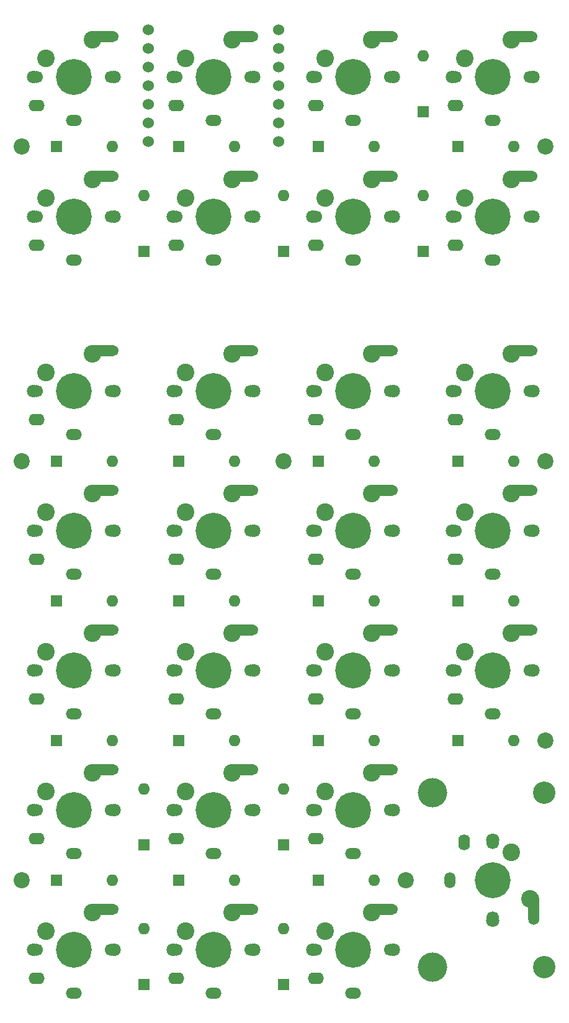
<source format=gbr>
%TF.GenerationSoftware,KiCad,Pcbnew,(7.0.0)*%
%TF.CreationDate,2023-04-04T17:59:29+09:00*%
%TF.ProjectId,fric10key,66726963-3130-46b6-9579-2e6b69636164,rev?*%
%TF.SameCoordinates,Original*%
%TF.FileFunction,Soldermask,Bot*%
%TF.FilePolarity,Negative*%
%FSLAX46Y46*%
G04 Gerber Fmt 4.6, Leading zero omitted, Abs format (unit mm)*
G04 Created by KiCad (PCBNEW (7.0.0)) date 2023-04-04 17:59:29*
%MOMM*%
%LPD*%
G01*
G04 APERTURE LIST*
G04 Aperture macros list*
%AMHorizOval*
0 Thick line with rounded ends*
0 $1 width*
0 $2 $3 position (X,Y) of the first rounded end (center of the circle)*
0 $4 $5 position (X,Y) of the second rounded end (center of the circle)*
0 Add line between two ends*
20,1,$1,$2,$3,$4,$5,0*
0 Add two circle primitives to create the rounded ends*
1,1,$1,$2,$3*
1,1,$1,$4,$5*%
G04 Aperture macros list end*
%ADD10R,1.600000X1.600000*%
%ADD11O,1.600000X1.600000*%
%ADD12C,1.800000*%
%ADD13C,1.700000*%
%ADD14C,4.900000*%
%ADD15O,2.200000X1.600000*%
%ADD16C,2.400000*%
%ADD17O,2.200000X1.500000*%
%ADD18HorizOval,1.500000X1.449945X0.012653X-1.449945X-0.012653X0*%
%ADD19C,3.050000*%
%ADD20C,4.000000*%
%ADD21O,1.600000X2.200000*%
%ADD22O,1.500000X2.200000*%
%ADD23HorizOval,1.500000X0.012653X-1.449945X-0.012653X1.449945X0*%
%ADD24C,2.200000*%
%ADD25C,1.524000*%
G04 APERTURE END LIST*
D10*
%TO.C,D8*%
X152399999Y-42862499D03*
D11*
X160019999Y-42862499D03*
%TD*%
D12*
%TO.C,SW23*%
X132612500Y-133350000D03*
D13*
X133032500Y-133350000D03*
D14*
X138112500Y-133350000D03*
D13*
X143192500Y-133350000D03*
D12*
X143612500Y-133350000D03*
D15*
X133012499Y-137249999D03*
D16*
X134302500Y-130810000D03*
D17*
X138112499Y-139249999D03*
D16*
X140652500Y-128270000D03*
D18*
X142012541Y-127809598D03*
%TD*%
D12*
%TO.C,SW4*%
X151662500Y-33337500D03*
D13*
X152082500Y-33337500D03*
D14*
X157162500Y-33337500D03*
D13*
X162242500Y-33337500D03*
D12*
X162662500Y-33337500D03*
D15*
X152062499Y-37237499D03*
D16*
X153352500Y-30797500D03*
D17*
X157162499Y-39237499D03*
D16*
X159702500Y-28257500D03*
D18*
X161062541Y-27797098D03*
%TD*%
D10*
%TO.C,D21*%
X97631249Y-142874999D03*
D11*
X105251249Y-142874999D03*
%TD*%
D12*
%TO.C,SW26*%
X113562500Y-152400000D03*
D13*
X113982500Y-152400000D03*
D14*
X119062500Y-152400000D03*
D13*
X124142500Y-152400000D03*
D12*
X124562500Y-152400000D03*
D15*
X113962499Y-156299999D03*
D16*
X115252500Y-149860000D03*
D17*
X119062499Y-158299999D03*
D16*
X121602500Y-147320000D03*
D18*
X122962541Y-146859598D03*
%TD*%
D10*
%TO.C,D6*%
X128587499Y-57149999D03*
D11*
X128587499Y-49529999D03*
%TD*%
D10*
%TO.C,D14*%
X114299999Y-104774999D03*
D11*
X121919999Y-104774999D03*
%TD*%
D10*
%TO.C,D13*%
X97631249Y-104774999D03*
D11*
X105251249Y-104774999D03*
%TD*%
D12*
%TO.C,SW19*%
X132612500Y-114300000D03*
D13*
X133032500Y-114300000D03*
D14*
X138112500Y-114300000D03*
D13*
X143192500Y-114300000D03*
D12*
X143612500Y-114300000D03*
D15*
X133012499Y-118199999D03*
D16*
X134302500Y-111760000D03*
D17*
X138112499Y-120199999D03*
D16*
X140652500Y-109220000D03*
D18*
X142012541Y-108759598D03*
%TD*%
D12*
%TO.C,SW14*%
X113562500Y-95250000D03*
D13*
X113982500Y-95250000D03*
D14*
X119062500Y-95250000D03*
D13*
X124142500Y-95250000D03*
D12*
X124562500Y-95250000D03*
D15*
X113962499Y-99149999D03*
D16*
X115252500Y-92710000D03*
D17*
X119062499Y-101149999D03*
D16*
X121602500Y-90170000D03*
D18*
X122962541Y-89709598D03*
%TD*%
D10*
%TO.C,D7*%
X147637499Y-57149999D03*
D11*
X147637499Y-49529999D03*
%TD*%
D12*
%TO.C,SW2*%
X113562500Y-33337500D03*
D13*
X113982500Y-33337500D03*
D14*
X119062500Y-33337500D03*
D13*
X124142500Y-33337500D03*
D12*
X124562500Y-33337500D03*
D15*
X113962499Y-37237499D03*
D16*
X115252500Y-30797500D03*
D17*
X119062499Y-39237499D03*
D16*
X121602500Y-28257500D03*
D18*
X122962541Y-27797098D03*
%TD*%
D12*
%TO.C,SW16*%
X151662500Y-95250000D03*
D13*
X152082500Y-95250000D03*
D14*
X157162500Y-95250000D03*
D13*
X162242500Y-95250000D03*
D12*
X162662500Y-95250000D03*
D15*
X152062499Y-99149999D03*
D16*
X153352500Y-92710000D03*
D17*
X157162499Y-101149999D03*
D16*
X159702500Y-90170000D03*
D18*
X161062541Y-89709598D03*
%TD*%
D19*
%TO.C,SW24*%
X164162500Y-130975000D03*
D20*
X148922500Y-130975000D03*
D12*
X157162500Y-137375000D03*
D13*
X157162500Y-137795000D03*
D14*
X157162500Y-142875000D03*
D13*
X157162500Y-147955000D03*
D12*
X157162500Y-148375000D03*
D19*
X164162500Y-154775000D03*
D20*
X148922500Y-154775000D03*
D21*
X153262499Y-137774999D03*
D16*
X159702500Y-139065000D03*
D22*
X151262499Y-142874999D03*
D16*
X162242500Y-145415000D03*
D23*
X162702900Y-146775041D03*
%TD*%
D10*
%TO.C,D12*%
X152399999Y-85724999D03*
D11*
X160019999Y-85724999D03*
%TD*%
D24*
%TO.C,H7*%
X145256250Y-142875000D03*
%TD*%
D12*
%TO.C,SW20*%
X151662500Y-114300000D03*
D13*
X152082500Y-114300000D03*
D14*
X157162500Y-114300000D03*
D13*
X162242500Y-114300000D03*
D12*
X162662500Y-114300000D03*
D15*
X152062499Y-118199999D03*
D16*
X153352500Y-111760000D03*
D17*
X157162499Y-120199999D03*
D16*
X159702500Y-109220000D03*
D18*
X161062541Y-108759598D03*
%TD*%
D12*
%TO.C,SW3*%
X132612500Y-33337500D03*
D13*
X133032500Y-33337500D03*
D14*
X138112500Y-33337500D03*
D13*
X143192500Y-33337500D03*
D12*
X143612500Y-33337500D03*
D15*
X133012499Y-37237499D03*
D16*
X134302500Y-30797500D03*
D17*
X138112499Y-39237499D03*
D16*
X140652500Y-28257500D03*
D18*
X142012541Y-27797098D03*
%TD*%
D10*
%TO.C,D5*%
X109537499Y-57149999D03*
D11*
X109537499Y-49529999D03*
%TD*%
D12*
%TO.C,SW12*%
X151662500Y-76200000D03*
D13*
X152082500Y-76200000D03*
D14*
X157162500Y-76200000D03*
D13*
X162242500Y-76200000D03*
D12*
X162662500Y-76200000D03*
D15*
X152062499Y-80099999D03*
D16*
X153352500Y-73660000D03*
D17*
X157162499Y-82099999D03*
D16*
X159702500Y-71120000D03*
D18*
X161062541Y-70659598D03*
%TD*%
D12*
%TO.C,SW10*%
X113562500Y-76200000D03*
D13*
X113982500Y-76200000D03*
D14*
X119062500Y-76200000D03*
D13*
X124142500Y-76200000D03*
D12*
X124562500Y-76200000D03*
D15*
X113962499Y-80099999D03*
D16*
X115252500Y-73660000D03*
D17*
X119062499Y-82099999D03*
D16*
X121602500Y-71120000D03*
D18*
X122962541Y-70659598D03*
%TD*%
D24*
%TO.C,H5*%
X164306250Y-85725000D03*
%TD*%
D10*
%TO.C,D1*%
X97631249Y-42862499D03*
D11*
X105251249Y-42862499D03*
%TD*%
D24*
%TO.C,H8*%
X128587500Y-85725000D03*
%TD*%
D10*
%TO.C,D23*%
X128587499Y-138112499D03*
D11*
X128587499Y-130492499D03*
%TD*%
D10*
%TO.C,D26*%
X128587499Y-157162499D03*
D11*
X128587499Y-149542499D03*
%TD*%
D10*
%TO.C,D24*%
X114299999Y-142874999D03*
D11*
X121919999Y-142874999D03*
%TD*%
D10*
%TO.C,D3*%
X133349999Y-42862499D03*
D11*
X140969999Y-42862499D03*
%TD*%
D12*
%TO.C,SW1*%
X94512500Y-33337500D03*
D13*
X94932500Y-33337500D03*
D14*
X100012500Y-33337500D03*
D13*
X105092500Y-33337500D03*
D12*
X105512500Y-33337500D03*
D15*
X94912499Y-37237499D03*
D16*
X96202500Y-30797500D03*
D17*
X100012499Y-39237499D03*
D16*
X102552500Y-28257500D03*
D18*
X103912541Y-27797098D03*
%TD*%
D24*
%TO.C,H6*%
X164306250Y-123825000D03*
%TD*%
D10*
%TO.C,D22*%
X109537499Y-138112499D03*
D11*
X109537499Y-130492499D03*
%TD*%
D12*
%TO.C,SW9*%
X94512500Y-76200000D03*
D13*
X94932500Y-76200000D03*
D14*
X100012500Y-76200000D03*
D13*
X105092500Y-76200000D03*
D12*
X105512500Y-76200000D03*
D15*
X94912499Y-80099999D03*
D16*
X96202500Y-73660000D03*
D17*
X100012499Y-82099999D03*
D16*
X102552500Y-71120000D03*
D18*
X103912541Y-70659598D03*
%TD*%
D10*
%TO.C,D11*%
X133349999Y-85724999D03*
D11*
X140969999Y-85724999D03*
%TD*%
D10*
%TO.C,D4*%
X147637499Y-38099999D03*
D11*
X147637499Y-30479999D03*
%TD*%
D10*
%TO.C,D17*%
X97631249Y-123824999D03*
D11*
X105251249Y-123824999D03*
%TD*%
D12*
%TO.C,SW27*%
X132612500Y-152400000D03*
D13*
X133032500Y-152400000D03*
D14*
X138112500Y-152400000D03*
D13*
X143192500Y-152400000D03*
D12*
X143612500Y-152400000D03*
D15*
X133012499Y-156299999D03*
D16*
X134302500Y-149860000D03*
D17*
X138112499Y-158299999D03*
D16*
X140652500Y-147320000D03*
D18*
X142012541Y-146859598D03*
%TD*%
D12*
%TO.C,SW18*%
X113562500Y-114300000D03*
D13*
X113982500Y-114300000D03*
D14*
X119062500Y-114300000D03*
D13*
X124142500Y-114300000D03*
D12*
X124562500Y-114300000D03*
D15*
X113962499Y-118199999D03*
D16*
X115252500Y-111760000D03*
D17*
X119062499Y-120199999D03*
D16*
X121602500Y-109220000D03*
D18*
X122962541Y-108759598D03*
%TD*%
D12*
%TO.C,SW11*%
X132612500Y-76200000D03*
D13*
X133032500Y-76200000D03*
D14*
X138112500Y-76200000D03*
D13*
X143192500Y-76200000D03*
D12*
X143612500Y-76200000D03*
D15*
X133012499Y-80099999D03*
D16*
X134302500Y-73660000D03*
D17*
X138112499Y-82099999D03*
D16*
X140652500Y-71120000D03*
D18*
X142012541Y-70659598D03*
%TD*%
D10*
%TO.C,D20*%
X152399999Y-123824999D03*
D11*
X160019999Y-123824999D03*
%TD*%
D12*
%TO.C,SW25*%
X94512500Y-152400000D03*
D13*
X94932500Y-152400000D03*
D14*
X100012500Y-152400000D03*
D13*
X105092500Y-152400000D03*
D12*
X105512500Y-152400000D03*
D15*
X94912499Y-156299999D03*
D16*
X96202500Y-149860000D03*
D17*
X100012499Y-158299999D03*
D16*
X102552500Y-147320000D03*
D18*
X103912541Y-146859598D03*
%TD*%
D12*
%TO.C,SW6*%
X113562500Y-52387500D03*
D13*
X113982500Y-52387500D03*
D14*
X119062500Y-52387500D03*
D13*
X124142500Y-52387500D03*
D12*
X124562500Y-52387500D03*
D15*
X113962499Y-56287499D03*
D16*
X115252500Y-49847500D03*
D17*
X119062499Y-58287499D03*
D16*
X121602500Y-47307500D03*
D18*
X122962541Y-46847098D03*
%TD*%
D12*
%TO.C,SW15*%
X132612500Y-95250000D03*
D13*
X133032500Y-95250000D03*
D14*
X138112500Y-95250000D03*
D13*
X143192500Y-95250000D03*
D12*
X143612500Y-95250000D03*
D15*
X133012499Y-99149999D03*
D16*
X134302500Y-92710000D03*
D17*
X138112499Y-101149999D03*
D16*
X140652500Y-90170000D03*
D18*
X142012541Y-89709598D03*
%TD*%
D12*
%TO.C,SW5*%
X94512500Y-52387500D03*
D13*
X94932500Y-52387500D03*
D14*
X100012500Y-52387500D03*
D13*
X105092500Y-52387500D03*
D12*
X105512500Y-52387500D03*
D15*
X94912499Y-56287499D03*
D16*
X96202500Y-49847500D03*
D17*
X100012499Y-58287499D03*
D16*
X102552500Y-47307500D03*
D18*
X103912541Y-46847098D03*
%TD*%
D12*
%TO.C,SW22*%
X113562500Y-133350000D03*
D13*
X113982500Y-133350000D03*
D14*
X119062500Y-133350000D03*
D13*
X124142500Y-133350000D03*
D12*
X124562500Y-133350000D03*
D15*
X113962499Y-137249999D03*
D16*
X115252500Y-130810000D03*
D17*
X119062499Y-139249999D03*
D16*
X121602500Y-128270000D03*
D18*
X122962541Y-127809598D03*
%TD*%
D12*
%TO.C,SW17*%
X94512500Y-114300000D03*
D13*
X94932500Y-114300000D03*
D14*
X100012500Y-114300000D03*
D13*
X105092500Y-114300000D03*
D12*
X105512500Y-114300000D03*
D15*
X94912499Y-118199999D03*
D16*
X96202500Y-111760000D03*
D17*
X100012499Y-120199999D03*
D16*
X102552500Y-109220000D03*
D18*
X103912541Y-108759598D03*
%TD*%
D10*
%TO.C,D19*%
X133349999Y-123824999D03*
D11*
X140969999Y-123824999D03*
%TD*%
D10*
%TO.C,D9*%
X97631249Y-85724999D03*
D11*
X105251249Y-85724999D03*
%TD*%
D24*
%TO.C,H2*%
X92868750Y-85725000D03*
%TD*%
D10*
%TO.C,D25*%
X109537499Y-157162499D03*
D11*
X109537499Y-149542499D03*
%TD*%
D10*
%TO.C,D10*%
X114299999Y-85724999D03*
D11*
X121919999Y-85724999D03*
%TD*%
D10*
%TO.C,D15*%
X133349999Y-104774999D03*
D11*
X140969999Y-104774999D03*
%TD*%
D12*
%TO.C,SW13*%
X94512500Y-95250000D03*
D13*
X94932500Y-95250000D03*
D14*
X100012500Y-95250000D03*
D13*
X105092500Y-95250000D03*
D12*
X105512500Y-95250000D03*
D15*
X94912499Y-99149999D03*
D16*
X96202500Y-92710000D03*
D17*
X100012499Y-101149999D03*
D16*
X102552500Y-90170000D03*
D18*
X103912541Y-89709598D03*
%TD*%
D24*
%TO.C,H1*%
X92868750Y-42862500D03*
%TD*%
D10*
%TO.C,D27*%
X133349999Y-142874999D03*
D11*
X140969999Y-142874999D03*
%TD*%
D12*
%TO.C,SW7*%
X132612500Y-52387500D03*
D13*
X133032500Y-52387500D03*
D14*
X138112500Y-52387500D03*
D13*
X143192500Y-52387500D03*
D12*
X143612500Y-52387500D03*
D15*
X133012499Y-56287499D03*
D16*
X134302500Y-49847500D03*
D17*
X138112499Y-58287499D03*
D16*
X140652500Y-47307500D03*
D18*
X142012541Y-46847098D03*
%TD*%
D10*
%TO.C,D16*%
X152399999Y-104774999D03*
D11*
X160019999Y-104774999D03*
%TD*%
D10*
%TO.C,D2*%
X114299999Y-42862499D03*
D11*
X121919999Y-42862499D03*
%TD*%
D24*
%TO.C,H4*%
X164306250Y-42862500D03*
%TD*%
%TO.C,H3*%
X92868750Y-142875000D03*
%TD*%
D12*
%TO.C,SW8*%
X151662500Y-52387500D03*
D13*
X152082500Y-52387500D03*
D14*
X157162500Y-52387500D03*
D13*
X162242500Y-52387500D03*
D12*
X162662500Y-52387500D03*
D15*
X152062499Y-56287499D03*
D16*
X153352500Y-49847500D03*
D17*
X157162499Y-58287499D03*
D16*
X159702500Y-47307500D03*
D18*
X161062541Y-46847098D03*
%TD*%
D12*
%TO.C,SW21*%
X94512500Y-133350000D03*
D13*
X94932500Y-133350000D03*
D14*
X100012500Y-133350000D03*
D13*
X105092500Y-133350000D03*
D12*
X105512500Y-133350000D03*
D15*
X94912499Y-137249999D03*
D16*
X96202500Y-130810000D03*
D17*
X100012499Y-139249999D03*
D16*
X102552500Y-128270000D03*
D18*
X103912541Y-127809598D03*
%TD*%
D10*
%TO.C,D18*%
X114299999Y-123824999D03*
D11*
X121919999Y-123824999D03*
%TD*%
D25*
%TO.C,U1*%
X127900000Y-26920000D03*
X127900000Y-29460000D03*
X127900000Y-32000000D03*
X127900000Y-34540000D03*
X127900000Y-37080000D03*
X127900000Y-39620000D03*
X127900000Y-42160000D03*
X110120000Y-42160000D03*
X110120000Y-39620000D03*
X110120000Y-37080000D03*
X110120000Y-34540000D03*
X110120000Y-32000000D03*
X110120000Y-29460000D03*
X110120000Y-26920000D03*
%TD*%
M02*

</source>
